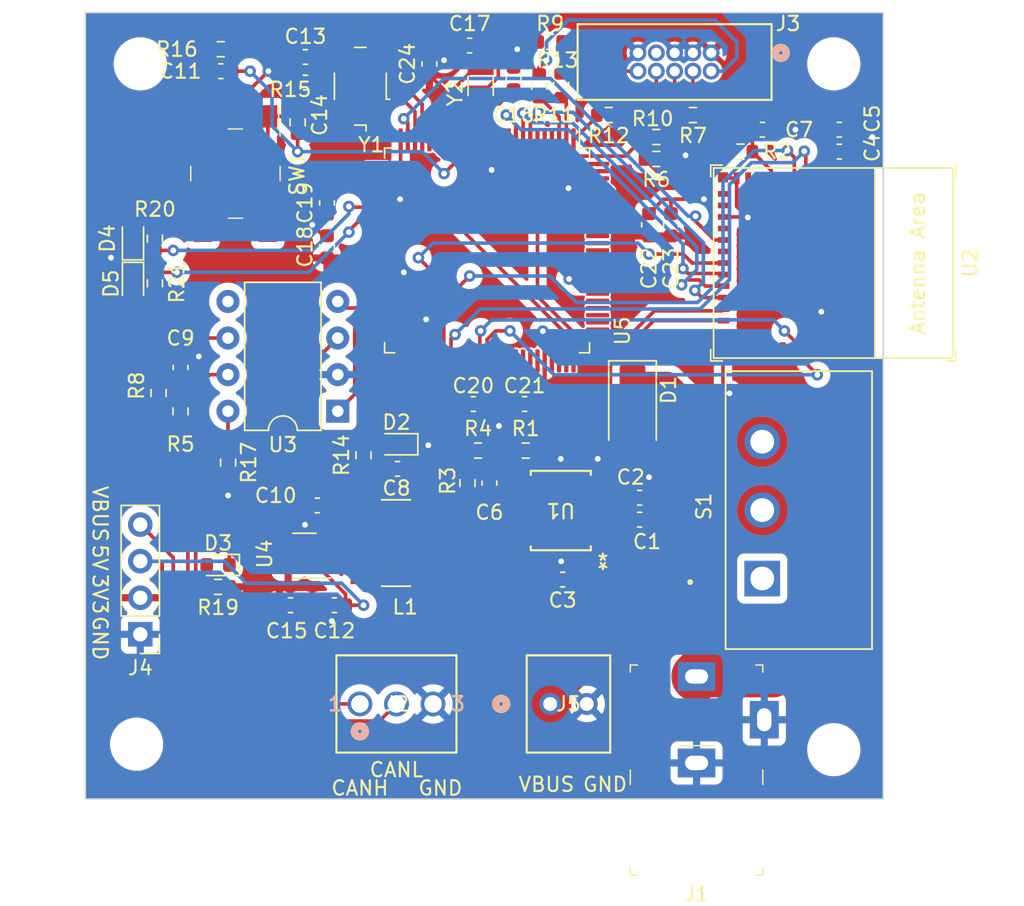
<source format=kicad_pcb>
(kicad_pcb (version 20221018) (generator pcbnew)
  (layers (0 "F.Cu" signal) (31 "B.Cu" signal) (34 "B.Paste" user) (35 "F.Paste" user) (36 "B.SilkS" user "B.Silkscreen") (37 "F.SilkS" user "F.Silkscreen") (38 "B.Mask" user) (39 "F.Mask" user) (44 "Edge.Cuts" user))
  (net 0 "")
  (net 1 "+3.3V")
  (net 2 "GND")
  (net 3 "VBUS")
  (net 4 "Net-(D2-A)")
  (net 5 "Net-(D3-A)")
  (net 6 "/CANH")
  (net 7 "/CANL")
  (net 8 "+5V")
  (net 11 "Net-(U1-BOOT)")
  (net 12 "Net-(U1-SW)")
  (net 13 "Net-(U1-COMP)")
  (net 14 "Net-(U5-XTAL1)")
  (net 15 "/RESET")
  (net 16 "Net-(U5-XTAL2)")
  (net 17 "Net-(U5-RTCX1)")
  (net 18 "Net-(U5-RTCX2)")
  (net 19 "Net-(D4-A)")
  (net 20 "Net-(D5-A)")
  (net 21 "Net-(U1-FB)")
  (net 22 "Net-(U3-Rs)")
  (net 23 "Net-(U5-P1[18])")
  (net 24 "Net-(U5-P1[19])")
  (net 25 "/nTRST")
  (net 26 "Net-(D1-A)")
  (net 27 "/TCK")
  (net 28 "/TMS")
  (net 29 "/TDO")
  (net 30 "/TDI")
  (net 32 "Net-(U3-TXD)")
  (net 33 "Net-(U3-RXD)")
  (net 94 "Net-(C6-Pad2)")
  (net 95 "Net-(U2-EN{slash}CHIP_PU)")
  (net 96 "Net-(C9-Pad1)")
  (net 97 "Net-(J1-Pad1)")
  (net 98 "Net-(J3-SWDIO{slash}TMS)")
  (net 99 "Net-(J3-SWDCLK{slash}TCK)")
  (net 100 "Net-(J3-SWO{slash}TDO)")
  (net 102 "Net-(J3-NC{slash}TDI)")
  (net 103 "Net-(J3-~{RESET})")
  (net 104 "Net-(U2-GPIO2{slash}ADC1_CH2)")
  (net 105 "Net-(U2-GPIO3{slash}ADC1_CH3)")
  (net 112 "Net-(U2-GPIO10)")
  (net 114 "Net-(U2-GPIO4{slash}ADC1_CH4)")
  (net 115 "Net-(U2-GPIO5{slash}ADC2_CH0)")
  (net 116 "Net-(U2-GPIO6)")
  (net 117 "Net-(U2-GPIO7)")
  (net 118 "Net-(U2-GPIO8)")
  (net 119 "Net-(U2-GPIO9)")
  (net 126 "Net-(U2-GPIO20{slash}U0RXD)")
  (net 127 "Net-(U2-GPIO21{slash}U0TXD)")
  (net 132 "Net-(R15-Pad1)")
  (footprint "1x3 terminal block:CONN_282834-3_TYC" (layer "F.Cu") (at 109.982 123.19)
    (fp_text reference "J2")
    (fp_text value "~")
  )
  (footprint "Package_QFP:LQFP-100_14x14mm_P0.5mm" (layer "F.Cu") (at 118.81 91.694 -90)
    (fp_text reference "U5")
    (fp_text value "LPC1768FBD100")
  )
  (footprint "Capacitor_SMD:C_0603_1608Metric" (layer "F.Cu") (at 137.922 83.312)
    (fp_text reference "C7")
    (fp_text value "1uF")
  )
  (footprint "Capacitor_SMD:C_0603_1608Metric" (layer "F.Cu") (at 108.217 116.332 180)
    (fp_text reference "C12")
    (fp_text value "1uF")
  )
  (footprint "Capacitor_SMD:C_0603_1608Metric" (layer "F.Cu") (at 100.33 79.248 180)
    (fp_text reference "C11")
    (fp_text value "100nF")
  )
  (footprint "BD9E302EFJ-E2:HTSOP-J8_ROM" (layer "F.Cu") (at 123.926 109.76 180)
    (fp_text reference "U1")
    (fp_text value "BD9E302EFJ-E2")
  )
  (footprint "Package_TO_SOT_SMD:SOT-23-5" (layer "F.Cu") (at 106.1405 112.8945 180)
    (fp_text reference "U4")
    (fp_text value "NCP718xSN330")
  )
  (footprint "Capacitor_SMD:C_0603_1608Metric" (layer "F.Cu") (at 143.256 84.836)
    (fp_text reference "C4")
    (fp_text value "10uF")
  )
  (footprint "Resistor_SMD:R_0603_1608Metric" (layer "F.Cu") (at 110.236 105.918 90)
    (fp_text reference "R14")
    (fp_text value "1k6")
  )
  (footprint "Capacitor_SMD:C_0603_1608Metric" (layer "F.Cu") (at 107.035 109.4045 180)
    (fp_text reference "C10")
    (fp_text value "22uF")
  )
  (footprint "Capacitor_SMD:C_0603_1608Metric" (layer "F.Cu") (at 129.4 108.871)
    (fp_text reference "C2")
    (fp_text value "0.1uF")
  )
  (footprint "10 pin jtag:CONN_3220-10-0100-00_CNC" (layer "F.Cu") (at 134.366 77.978 180)
    (fp_text reference "J3")
    (fp_text value "Conn_ARM_JTAG_SWD_10")
  )
  (footprint "Capacitor_SMD:C_0603_1608Metric" (layer "F.Cu") (at 117.602 77.47)
    (fp_text reference "C17")
    (fp_text value "18pF")
  )
  (footprint "Resistor_SMD:R_0603_1608Metric" (layer "F.Cu") (at 100.139 115.062 180)
    (fp_text reference "R19")
    (fp_text value "750R")
  )
  (footprint "Capacitor_SMD:C_0603_1608Metric" (layer "F.Cu") (at 105.169 116.332)
    (fp_text reference "C15")
    (fp_text value "1uF")
  )
  (footprint "Resistor_SMD:R_0603_1608Metric" (layer "F.Cu") (at 130.556 85.344 180)
    (fp_text reference "R6")
    (fp_text value "10k")
  )
  (footprint "MountingHole:MountingHole_3.2mm_M3" (layer "F.Cu") (at 142.875 126.365)
    (fp_text reference "REF**" hide)
    (fp_text value "MountingHole_3.2mm_M3")
  )
  (footprint "Capacitor_SMD:C_0603_1608Metric" (layer "F.Cu") (at 120.65 79.756 -90)
    (fp_text reference "C16")
    (fp_text value "18pF")
  )
  (footprint "Diode_SMD:D_SMA" (layer "F.Cu") (at 128.905 102.87 -90)
    (fp_text reference "D1")
    (fp_text value "B340")
  )
  (footprint "Capacitor_SMD:C_0603_1608Metric" (layer "F.Cu") (at 121.412 102.362 180)
    (fp_text reference "C21")
    (fp_text value "10nF")
  )
  (footprint "Resistor_SMD:R_0603_1608Metric" (layer "F.Cu") (at 95.758 93.98 -90)
    (fp_text reference "R21")
    (fp_text value "750R")
  )
  (footprint "Switches:SW_L102021ML04Q" (layer "F.Cu") (at 137.9075 109.728 90)
    (fp_text reference "S1")
    (fp_text value "L102021ML04Q")
  )
  (footprint "Resistor_SMD:R_0603_1608Metric" (layer "F.Cu") (at 97.536 102.87 90)
    (fp_text reference "R5")
    (fp_text value "60R")
  )
  (footprint "Resistor_SMD:R_0603_1608Metric" (layer "F.Cu") (at 123.952 80.264 -90)
    (fp_text reference "R13")
    (fp_text value "50R")
  )
  (footprint "Resistor_SMD:R_0603_1608Metric" (layer "F.Cu") (at 100.838 106.426 -90)
    (fp_text reference "R17")
    (fp_text value "10k")
  )
  (footprint "Resistor_SMD:R_0603_1608Metric" (layer "F.Cu") (at 121.4875 105.5945)
    (fp_text reference "R1")
    (fp_text value "10k")
  )
  (footprint "1x2 terminal block:CONN2_282834-2_TEC" (layer "F.Cu") (at 123.19 123.19)
    (fp_text reference "J5")
    (fp_text value "~")
  )
  (footprint "Capacitor_SMD:C_0603_1608Metric" (layer "F.Cu") (at 124.053 114.554 180)
    (fp_text reference "C3")
    (fp_text value "0.1uF")
  )
  (footprint "Capacitor_SMD:C_0603_1608Metric" (layer "F.Cu") (at 129.4 110.395)
    (fp_text reference "C1")
    (fp_text value "10uF")
  )
  (footprint "LED_SMD:LED_0603_1608Metric" (layer "F.Cu") (at 94.234 94.0055 -90)
    (fp_text reference "D5")
    (fp_text value "LED Low current")
  )
  (footprint "digikey-footprints:Switch_Tactile_SMD_6x6mm_PTS645" (layer "F.Cu") (at 101.346 86.36 -90)
    (fp_text reference "SW1")
    (fp_text value "SW_SPST")
  )
  (footprint "Connector_PinHeader_2.54mm:PinHeader_1x04_P2.54mm_Vertical" (layer "F.Cu") (at 94.742 118.354 180)
    (fp_text reference "J4")
    (fp_text value "0022232041")
  )
  (footprint "Resistor_SMD:R_0603_1608Metric" (layer "F.Cu") (at 130.556 83.82 180)
    (fp_text reference "R10")
    (fp_text value "50R")
  )
  (footprint "Resistor_SMD:R_0603_1608Metric" (layer "F.Cu") (at 122.428 80.264 -90)
    (fp_text reference "R11")
    (fp_text value "50R")
  )
  (footprint "Resistor_SMD:R_0603_1608Metric" (layer "F.Cu") (at 133.096 82.296 180)
    (fp_text reference "R7")
    (fp_text value "10k")
  )
  (footprint "NR6028T4R7M:IND_NR6028T4R7M" (layer "F.Cu") (at 112.4905 112.014 180)
    (fp_text reference "L1")
    (fp_text value "4.7uH")
  )
  (footprint "Crystal:Crystal_SMD_Abracon_ABM3B-4Pin_5.0x3.2mm" (layer "F.Cu") (at 110.014 80.296 90)
    (fp_text reference "Y1")
    (fp_text value "12MHz/10pF")
  )
  (footprint "digikey-footprints:Barrel_Jack_5.5mmODx2.1mmID_PJ-102A" (layer "F.Cu") (at 133.35 124.285 180)
    (fp_text reference "J1")
    (fp_text value "PJ-102A")
  )
  (footprint "Capacitor_SMD:C_0603_1608Metric" (layer "F.Cu") (at 130.048 89.916 90)
    (fp_text reference "C22")
    (fp_text value "100nF")
  )
  (footprint "Resistor_SMD:R_0603_1608Metric" (layer "F.Cu") (at 127.254 82.296 180)
    (fp_text reference "R12")
    (fp_text value "50R")
  )
  (footprint "Resistor_SMD:R_0603_1608Metric" (layer "F.Cu") (at 100.33 77.724)
    (fp_text reference "R16")
    (fp_text value "100k")
  )
  (footprint "Capacitor_SMD:C_0603_1608Metric" (layer "F.Cu") (at 107.7025 88.3985 -90)
    (fp_text reference "C19")
    (fp_text value "10nF")
  )
  (footprint "Espressif:ESP32-C3-MINI-1" (layer "F.Cu") (at 142.834 92.57 -90)
    (fp_text reference "U2")
    (fp_text value "ESP32-C3-MINI-1")
  )
  (footprint "Crystal:Crystal_SMD_3215-2Pin_3.2x1.5mm" (layer "F.Cu") (at 118.364 80.264 90)
    (fp_text reference "Y2")
    (fp_text value "32.768kHz/9pF")
  )
  (footprint "Resistor_SMD:R_0603_1608Metric" (layer "F.Cu") (at 117.449 107.855 90)
    (fp_text reference "R3")
    (fp_text value "430k")
  )
  (footprint "Package_DIP:DIP-8_W7.62mm" (layer "F.Cu") (at 108.448 102.86 180)
    (fp_text reference "U3")
    (fp_text value "MCP2551-I-P")
  )
  (footprint "Capacitor_SMD:C_0603_1608Metric" (layer "F.Cu") (at 106.204 80.042 180)
    (fp_text reference "C14")
    (fp_text value "18pF")
  )
  (footprint "Capacitor_SMD:C_0603_1608Metric" (layer "F.Cu") (at 143.256 83.312)
    (fp_text reference "C5")
    (fp_text value "0.1uF")
  )
  (footprint "Capacitor_SMD:C_0603_1608Metric" (layer "F.Cu") (at 106.204 78.264)
    (fp_text reference "C13")
    (fp_text value "18pF")
  )
  (footprint "Resistor_SMD:R_0603_1608Metric" (layer "F.Cu") (at 136.398 84.836 180)
    (fp_text reference "R2")
    (fp_text value "10k")
  )
  (footprint "Resistor_SMD:R_0603_1608Metric" (layer "F.Cu") (at 123.19 77.216 180)
    (fp_text reference "R9")
    (fp_text value "50R")
  )
  (footprint "Capacitor_SMD:C_0603_1608Metric" (layer "F.Cu") (at 117.856 102.362)
    (fp_text reference "C20")
    (fp_text value "100nF")
  )
  (footprint "Resistor_SMD:R_0603_1608Metric" (layer "F.Cu") (at 118.1855 105.5945)
    (fp_text reference "R4")
    (fp_text value "82k")
  )
  (footprint "Capacitor_SMD:C_0603_1608Metric" (layer "F.Cu") (at 131.572 89.916 90)
    (fp_text reference "C23")
    (fp_text value "10nF")
  )
  (footprint "Resistor_SMD:R_0603_1608Metric" (layer "F.Cu") (at 96.012 101.6 90)
    (fp_text reference "R8")
    (fp_text value "60R")
  )
  (footprint "MountingHole:MountingHole_3.2mm_M3" (layer "F.Cu") (at 142.875 78.74)
    (fp_text reference "REF**" hide)
    (fp_text value "MountingHole_3.2mm_M3")
  )
  (footprint "Capacitor_SMD:C_0603_1608Metric" (layer "F.Cu") (at 97.536 99.822 90)
    (fp_text reference "C9")
    (fp_text value "1nF")
  )
  (footprint "MountingHole:MountingHole_3.2mm_M3" (layer "F.Cu") (at 94.742 78.74)
    (fp_text reference "REF**" hide)
    (fp_text value "MountingHole_3.2mm_M3")
  )
  (footprint "LED_SMD:LED_0603_1608Metric" (layer "F.Cu") (at 112.522 105.156 180)
    (fp_text reference "D2")
    (fp_text value "LED Low current")
  )
  (footprint "Capacitor_SMD:C_0603_1608Metric" (layer "F.Cu") (at 114.808 78.74 90)
    (fp_text reference "C24")
    (fp_text value "100nF")
  )
  (footprint "Capacitor_SMD:C_0603_1608Metric" (layer "F.Cu") (at 107.7025 91.4465 90)
    (fp_text reference "C18")
    (fp_text value "100nF")
  )
  (footprint "Resistor_SMD:R_0603_1608Metric" (layer "F.Cu") (at 95.758 90.869 90)
    (fp_text reference "R20")
    (fp_text value "750R")
  )
  (footprint "MountingHole:MountingHole_3.2mm_M3" (layer "F.Cu") (at 94.488 125.984)
    (fp_text reference "REF**" hide)
    (fp_text value "MountingHole_3.2mm_M3")
  )
  (footprint "LED_SMD:LED_0603_1608Metric" (layer "F.Cu") (at 100.139 113.538 180)
    (fp_text reference "D3")
    (fp_text value "LED Low current")
  )
  (footprint "Capacitor_SMD:C_0603_1608Metric" (layer "F.Cu") (at 112.5975 106.8645)
    (fp_text reference "C8")
    (fp_text value "22uF")
  )
  (footprint "LED_SMD:LED_0603_1608Metric" (layer "F.Cu") (at 94.234 90.869 90)
    (fp_text reference "D4")
    (fp_text value "LED Low current")
  )
  (footprint "Capacitor_SMD:C_0603_1608Metric" (layer "F.Cu") (at 118.973 107.855 90)
    (fp_text reference "C6")
    (fp_text value "6800pF")
  )
  (footprint "Resistor_SMD:R_0603_1608Metric" (layer "F.Cu") (at 105.664 82.804 -90)
    (fp_text reference "R15")
    (fp_text value "100R")
  )
  (gr_line (start 116.078 129.794) (end 90.932 129.794) (stroke (width 0.1)) (layer "Edge.Cuts"))
  (gr_line (start 146.304 129.794) (end 146.304 75.184) (stroke (width 0.1)) (layer "Edge.Cuts"))
  (gr_line (start 90.932 129.794) (end 90.932 75.184) (stroke (width 0.1)) (layer "Edge.Cuts"))
  (gr_line (start 146.304 129.794) (end 116.078 129.794) (stroke (width 0.1)) (layer "Edge.Cuts"))
  (gr_line (start 90.932 75.184) (end 146.304 75.184) (stroke (width 0.1)) (layer "Edge.Cuts"))
  (gr_text "GND" (at 115.57 129.032) (layer "F.SilkS") (effects (font (size 1 1))))
  (gr_text "VBUS" (at 91.948 109.982 270) (layer "F.SilkS") (effects (font (size 1 1))))
  (gr_text "5V" (at 91.948 113.03 270) (layer "F.SilkS") (effects (font (size 1 1))))
  (gr_text "VBUS" (at 122.936 128.778) (layer "F.SilkS") (effects (font (size 1 1))))
  (gr_text "CANH" (at 109.982 129.032) (layer "F.SilkS") (effects (font (size 1 1))))
  (gr_text "3V3" (at 91.948 115.57 270) (layer "F.SilkS") (effects (font (size 1 1))))
  (gr_text "CANL" (at 112.522 127.762) (layer "F.SilkS") (effects (font (size 1 1))))
  (gr_text "GND" (at 127 128.778) (layer "F.SilkS") (effects (font (size 1 1))))
  (gr_text "GND" (at 91.948 118.618 -90) (layer "F.SilkS") (effects (font (size 1 1))))
  (segment (start 142.481 84.836) (end 142.481 86.617) (width 0.254) (layer "F.Cu") (net 1))
  (segment (start 142.481 86.617) (end 142.534 86.67) (width 0.254) (layer "F.Cu") (net 1))
  (segment (start 114.808 79.515) (end 115.804 80.511) (width 0.254) (layer "F.Cu") (net 1))
  (segment (start 115.804 80.511) (end 115.804 84.013) (width 0.254) (layer "F.Cu") (net 1))
  (segment (start 119.81 85.422) (end 119.126 86.106) (width 0.254) (layer "F.Cu") (net 2))
  (segment (start 112.726 88.188) (end 111.135 88.188) (width 0.254) (layer "F.Cu") (net 2))
  (segment (start 107.278 112.8945) (end 106.814553 112.8945) (width 0.254) (layer "F.Cu") (net 2))
  (segment (start 119.81 84.019) (end 119.81 85.422) (width 0.254) (layer "F.Cu") (net 2))
  (segment (start 99.096 81.81) (end 101.07 81.81) (width 0.254) (layer "F.Cu") (net 2))
  (segment (start 144.031 83.312) (end 145.034 83.312) (width 0.254) (layer "F.Cu") (net 2))
  (segment (start 126.593 106.273) (end 126.492 106.172) (width 0.254) (layer "F.Cu") (net 2))
  (segment (start 123.348508 105.5945) (end 123.926008 106.172) (width 0.254) (layer "F.Cu") (net 2))
  (segment (start 145.084 86.62) (end 145.084 84.278) (width 0.254) (layer "F.Cu") (net 2))
  (segment (start 131.572 88.138) (end 133.858 88.138) (width 0.254) (layer "F.Cu") (net 2))
  (segment (start 107.861498 117.602) (end 108.032749 117.430749) (width 0.254) (layer "F.Cu") (net 2))
  (segment (start 130.175 108.871) (end 130.175 107.569) (width 0.254) (layer "F.Cu") (net 2))
  (segment (start 135.234 86.67) (end 135.184 86.62) (width 0.254) (layer "F.Cu") (net 2))
  (segment (start 116.827 77.47) (end 115.824 78.473) (width 0.254) (layer "F.Cu") (net 2))
  (segment (start 131.051 88.138) (end 131.572 88.138) (width 0.254) (layer "F.Cu") (net 2))
  (segment (start 115.302984 77.965) (end 115.824 78.486016) (width 0.254) (layer "F.Cu") (net 2))
  (segment (start 136.134 88.636) (end 136.906 89.408) (width 0.254) (layer "F.Cu") (net 2))
  (segment (start 107.7025 90.6715) (end 107.4355 90.6715) (width 0.254) (layer "F.Cu") (net 2))
  (segment (start 113.3725 106.8645) (end 113.3725 105.219) (width 0.254) (layer "F.Cu") (net 2))
  (segment (start 142.012 94.107) (end 142.012 95.447) (width 1) (layer "F.Cu") (net 2))
  (segment (start 94.234 93.1295) (end 94.234 92.202) (width 0.254) (layer "F.Cu") (net 2))
  (segment (start 100.9265 113.538) (end 100.9265 108.8005) (width 0.254) (layer "F.Cu") (net 2))
  (segment (start 117.816 84.796) (end 117.816 84.019) (width 0.254) (layer "F.Cu") (net 2))
  (segment (start 120.65 77.978006) (end 120.904 77.724006) (width 0.254) (layer "F.Cu") (net 2))
  (segment (start 144.984 96.094) (end 142.151 96.094) (width 0.254) (layer "F.Cu") (net 2))
  (segment (start 107.442 117.602) (end 107.861498 117.602) (width 0.254) (layer "F.Cu") (net 2))
  (segment (start 104.616 78.264) (end 103.632 79.248) (width 0.254) (layer "F.Cu") (net 2))
  (segment (start 119.126 86.106) (end 117.816 84.796) (width 0.254) (layer "F.Cu") (net 2))
  (segment (start 129.731 85.344) (end 130.587 86.2) (width 0.254) (layer "F.Cu") (net 2))
  (segment (start 137.187 89.37) (end 138.056 90.239) (width 0.254) (layer "F.Cu") (net 2))
  (segment (start 144.526 84.836) (end 145.542 83.82) (width 0.254) (layer "F.Cu") (net 2))
  (segment (start 114.81 99.369) (end 114.81 96.714075) (width 0.254) (layer "F.Cu") (net 2))
  (segment (start 141.837 92.456) (end 138.377 92.456) (width 1) (layer "F.Cu") (net 2))
  (segment (start 107.7025 89.1735) (end 107.4225 89.1735) (width 0.254) (layer "F.Cu") (net 2))
  (segment (start 136.134 86.67) (end 136.134 88.636) (width 0.254) (layer "F.Cu") (net 2))
  (segment (start 145.034 83.312) (end 145.542 83.82) (width 0.254) (layer "F.Cu") (net 2))
  (segment (start 130.175 107.569) (end 130.048 107.442) (width 0.254) (layer "F.Cu") (net 2))
  (segment (start 135.234 89.37) (end 136.868 89.37) (width 0.254) (layer "F.Cu") (net 2))
  (segment (start 130.048 89.141) (end 131.051 88.138) (width 0.254) (layer "F.Cu") (net 2))
  (segment (start 106.172 112.251947) (end 106.172 110.744) (width 0.254) (layer "F.Cu") (net 2))
  (segment (start 105.944 116.332) (end 105.944 116.866) (width 0.254) (layer "F.Cu") (net 2))
  (segment (start 99.568 81.338) (end 99.096 81.81) (width 0.254) (layer "F.Cu") (net 2))
  (segment (start 123.31 99.369) (end 123.31 97.927026) (width 0.254) (layer "F.Cu") (net 2))
  (segment (start 97.536 99.047) (end 98.793 99.047) (width 0.254) (layer "F.Cu") (net 2))
  (segment (start 107.442 116.332) (end 107.442 117.602) (width 0.254) (layer "F.Cu") (net 2))
  (segment (start 107.4225 89.1735) (end 106.68 89.916) (width 0.254) (layer "F.Cu") (net 2))
  (segment (start 130.587 86.2) (end 131.821658 86.2) (width 0.254) (layer "F.Cu") (net 2))
  (segment (start 113.3725 105.219) (end 113.3095 105.156) (width 0.254) (layer "F.Cu") (net 2))
  (segment (start 122.3125 105.5945) (end 123.348508 105.5945) (width 0.254) (layer "F.Cu") (net 2))
  (segment (start 141.634 94.488) (end 138.174 94.488) (width 1) (layer "F.Cu") (net 2))
  (segment (start 136.944 89.37) (end 137.187 89.37) (width 0.254) (layer "F.Cu") (net 2))
  (segment (start 114.5575 105.2255) (end 114.488 105.156) (width 0.254) (layer "F.Cu") (net 2))
  (segment (start 143.334 86.67) (end 144.134 86.67) (width 0.254) (layer "F.Cu") (net 2))
  (segment (start 123.926 106.172008) (end 123.926008 106.172) (width 1) (layer "F.Cu") (net 2))
  (segment (start 119.888 102.362) (end 120.637 102.362) (width 0.254) (layer "F.Cu") (net 2))
  (segment (start 126.485 94.194) (end 125.013674 94.194) (width 0.254) (layer "F.Cu") (net 2))
  (segment (start 113.006 93.194) (end 113.03 93.218) (width 0.254) (layer "F.Cu") (net 2))
  (segment (start 123.926 113.258) (end 123.952 113.284) (width 1) (layer "F.Cu") (net 2))
  (segment (start 136.868 89.37) (end 136.906 89.408) (width 0.254) (layer "F.Cu") (net 2))
  (segment (start 138.697 83.312) (end 140.208 83.312) (width 0.254) (layer "F.Cu") (net 2))
  (segment (start 145.034 86.67) (end 145.084 86.62) (width 0.254) (layer "F.Cu") (net 2))
  (segment (start 98.793 99.047) (end 98.806 99.06) (width 0.254) (layer "F.Cu") (net 2))
  (segment (start 114.81 96.714075) (end 114.581 96.485075) (width 0.254) (layer "F.Cu") (net 2))
  (segment (start 126.485 87.194) (end 124.642 87.194) (width 0.254) (layer "F.Cu") (net 2))
  (segment (start 100.9265 108.8005) (end 100.838 108.712) (width 0.254) (layer "F.Cu") (net 2))
  (segment (start 144.134 86.67) (end 145.034 86.67) (width 0.254) (layer "F.Cu") (net 2))
  (segment (start 145.084 84.278) (end 145.542 83.82) (width 0.254) (layer "F.Cu") (net 2))
  (segment (start 114.488 105.156) (end 113.3095 105.156) (width 0.254) (layer "F.Cu") (net 2))
  (segment (start 119.634012 102.615988) (end 119.634012 103.886) (width 0.254) (layer "F.Cu") (net 2))
  (segment (start 121.259 110.395) (end 123.291 110.395) (width 0.254) (layer "F.Cu") (net 2))
  (segment (start 105.429 80.042) (end 104.635 79.248) (width 0.254) (layer "F.Cu") (net 2))
  (segment (start 135.184 98.52) (end 135.184 101.165) (width 0.254) (layer "F.Cu") (net 2))
  (segment (start 114.808 77.965) (end 115.302984 77.965) (width 0.254) (layer "F.Cu") (net 2))
  (segment (start 105.429 78.264) (end 104.616 78.264) (width 0.254) (layer "F.Cu") (net 2))
  (segment (start 138.056 90.678) (end 142.006 90.678) (width 1) (layer "F.Cu") (net 2))
  (segment (start 123.926 109.76) (end 123.926 106.172008) (width 1) (layer "F.Cu") (net 2))
  (segment (start 125.013674 94.194) (end 124.502837 93.683163) (width 0.254) (layer "F.Cu") (net 2))
  (segment (start 106.172 109.4925) (end 106.172 110.744) (width 0.254) (layer "F.Cu") (net 2))
  (segment (start 119.0105 104.509512) (end 119.634012 103.886) (width 0.254) (layer "F.Cu") (net 2))
  (segment (start 124.642 87.194) (end 124.46 87.376) (width 0.254) (layer "F.Cu") (net 2))
  (segment (start 112.726 88.188) (end 112.776 88.138) (width 0.254) (layer "F.Cu") (net 2))
  (segment (start 106.26 109.4045) (end 106.172 109.4925) (width 0.254) (layer "F.Cu") (net 2))
  (segment (start 142.006 92.214) (end 140.031 92.214) (width 0.254) (layer "F.Cu") (net 2))
  (segment (start 107.4355 90.6715) (end 106.68 89.916) (width 0.254) (layer "F.Cu") (net 2))
  (segment (start 106.814553 112.8945) (end 106.172 112.251947) (width 0.254) (layer "F.Cu") (net 2))
  (segment (start 106.68 117.602) (end 107.442 117.602) (width 0.254) (layer "F.Cu") (net 2))
  (segment (start 136.134 86.67) (end 135.234 86.67) (width 0.254) (layer "F.Cu") (net 2))
  (segment (start 131.821658 86.2) (end 132.588 85.433658) (width 0.254) (layer "F.Cu") (net 2))
  (segment (start 105.944 116.866) (end 106.68 117.602) (width 0.254) (layer "F.Cu") (net 2))
  (segment (start 132.588 85.433658) (end 132.588 85.09) (width 0.254) (layer "F.Cu") (net 2))
  (segment (start 99.096 90.91) (end 99.096 81.81) (width 0.254) (layer "F.Cu") (net 2))
  (segment (start 138.126 94.431) (end 138.126 90.481) (width 1) (layer "F.Cu") (net 2))
  (segment (start 99.568 79.261) (end 99.568 81.338) (width 0.254) (layer "F.Cu") (net 2))
  (segment (start 136.906 89.408) (end 136.944 89.37) (width 0.254) (layer "F.Cu") (net 2))
  (segment (start 115.824 78.473) (end 115.824 78.486016) (width 0.254) (layer "F.Cu") (net 2))
  (segment (start 94.234 92.202) (end 92.71 92.202) (width 0.254) (layer "F.Cu") (net 2))
  (segment (start 142.006 90.735) (end 142.006 94.685) (width 1) (layer "F.Cu") (net 2))
  (segment (start 144.981 86.314) (end 144.981 98.164) (width 0.254) (layer "F.Cu") (net 2))
  (segment (start 114.7325 105.2255) (end 114.5575 105.2255) (width 0.254) (layer "F.Cu") (net 2))
  (segment (start 111.135 93.194) (end 113.006 93.194) (width 0.254) (layer "F.Cu") (net 2))
  (segment (start 130.175 110.395) (end 130.175 108.871) (width 0.254) (layer "F.Cu") (net 2))
  (segment (start 135.184 101.165) (end 135.636 101.617) (width 0.254) (layer "F.Cu") (net 2))
  (segment (start 118.631 102.362) (end 119.888 102.362) (width 0.254) (layer "F.Cu") (net 2))
  (segment (start 123.291 110.395) (end 123.926 109.76) (width 0.254) (layer "F.Cu") (net 2))
  (segment (start 101.07 81.81) (end 103.632 79.248) (width 0.254) (layer "F.Cu") (net 2))
  (segment (start 94.234 92.202) (end 94.234 91.6565) (width 0.254) (layer "F.Cu") (net 2))
  (segment (start 119.0105 105.5945) (end 119.0105 104.509512) (width 0.254) (layer "F.Cu") (net 2))
  (segment (start 104.635 79.248) (end 103.632 79.248) (width 0.254) (layer "F.Cu") (net 2))
  (segment (start 142.012 95.447) (end 142.012 95.954974) (width 1) (layer "F.Cu") (net 2))
  (segment (start 123.926 109.76) (end 123.926 113.258) (width 1) (layer "F.Cu") (net 2))
  (segment (start 100.838 107.251) (end 100.838 108.712) (width 0.254) (layer "F.Cu") (net 2))
  (segment (start 142.151 96.094) (end 142.011987 95.954987) (width 0.254) (layer "F.Cu") (net 2))
  (segment (start 119.888 102.362) (end 119.634012 102.615988) (width 0.254) (layer "F.Cu") (net 2))
  (segment (start 99.555 79.248) (end 99.568 79.261) (width 0.254) (layer "F.Cu") (net 2))
  (segment (start 131.572 89.141) (end 131.572 88.138) (width 0.254) (layer "F.Cu") (net 2))
  (segment (start 120.65 78.981) (end 120.65 77.978006) (width 0.254) (layer "F.Cu") (net 2))
  (segment (start 123.31 97.927026) (end 122.682 97.299026) (width 0.254) (layer "F.Cu") (net 2))
  (segment (start 126.593 107.855) (end 126.593 106.273) (width 0.254) (layer "F.Cu") (net 2))
  (segment (start 144.031 84.836) (end 144.526 84.836) (width 0.254) (layer "F.Cu") (net 2))
  (segment (start 142.012 95.954974) (end 142.011987 95.954987) (width 1) (layer "F.Cu") (net 2))
  (via (at 135.636 101.617) (size 0.8) (drill 0.4) (layers "F.Cu" "B.Cu") (net 2))
  (via (at 130.048 107.442) (size 0.8) (drill 0.4) (layers "F.Cu" "B.Cu") (net 2))
  (via (at 124.46 87.376) (size 0.8) (drill 0.4) (layers "F.Cu" "B.Cu") (net 2))
  (via (at 145.542 83.82) (size 0.8) (drill 0.4) (layers "F.Cu" "B.Cu") (net 2))
  (via (at 119.126 86.106) (size 0.8) (drill 0.4) (layers "F.Cu" "B.Cu") (net 2))
  (via (at 140.208 83.312) (size 0.8) (drill 0.4) (layers "F.Cu" "B.Cu") (net 2))
  (via (at 133.858 88.138) (size 0.8) (drill 0.4) (layers "F.Cu" "B.Cu") (net 2))
  (via (at 126.492 106.172) (size 0.8) (drill 0.4) (layers "F.Cu" "B.Cu") (net 2))
  (via (at 92.71 92.202) (size 0.8) (drill 0.4) (layers "F.Cu" "B.Cu") (net 2))
  (via (at 108.032749 117.430749) (size 0.8) (drill 0.4) (layers "F.Cu" "B.Cu") (net 2))
  (via (at 112.776 88.138) (size 0.8) (drill 0.4) (layers "F.Cu" "B.Cu") (net 2))
  (via (at 142.011987 95.954987) (size 0.8) (drill 0.4) (layers "F.Cu" "B.Cu") (net 2))
  (via (at 132.588 85.09) (size 0.8) (drill 0.4) (layers "F.Cu" "B.Cu") (net 2))
  (via (at 98.806 99.06) (size 0.8) (drill 0.4) (layers "F.Cu" "B.Cu") (net 2))
  (via (at 122.682 97.299026) (size 0.8) (drill 0.4) (layers "F.Cu" "B.Cu") (net 2))
  (via (at 119.634012 103.886) (size 0.8) (drill 0.4) (layers "F.Cu" "B.Cu") (net 2))
  (via (at 106.172 110.744) (size 0.8) (drill 0.4) (layers "F.Cu" "B.Cu") (net 2))
  (via (at 114.7325 105.2255) (size 0.8) (drill 0.4) (layers "F.Cu" "B.Cu") (net 2))
  (via (at 103.632 79.248) (size 0.8) (drill 0.4) (layers "F.Cu" "B.Cu") (net 2))
  (via (at 120.904 77.724006) (size 0.8) (drill 0.4) (layers "F.Cu" "B.Cu") (net 2))
  (via (at 100.838 108.712) (size 0.8) (drill 0.4) (layers "F.Cu" "B.Cu") (net 2))
  (via (at 115.824 78.486016) (size 0.8) (drill 0.4) (layers "F.Cu" "B.Cu") (net 2))
  (via (at 124.502837 93.683163) (size 0.8) (drill 0.4) (layers "F.Cu" "B.Cu") (net 2))
  (via (at 123.926008 106.172) (size 0.8) (drill 0.4) (layers "F.Cu" "B.Cu") (net 2))
  (via (at 114.581 96.485075) (size 0.8) (drill 0.4) (layers "F.Cu" "B.Cu") (net 2))
  (via (at 113.03 93.218) (size 0.8) (drill 0.4) (layers "F.Cu" "B.Cu") (net 2))
  (via (at 136.906 89.408) (size 0.8) (drill 0.4) (layers "F.Cu" "B.Cu") (net 2))
  (via (at 106.68 89.916) (size 0.8) (drill 0.4) (layers "F.Cu" "B.Cu") (net 2))
  (via (at 123.952 113.284) (size 0.8) (drill 0.4) (layers "F.Cu" "B.Cu") (net 2))
  (segment (start 122.918 123.19) (end 117.584 128.524) (width 0.254) (layer "F.Cu") (net 3))
  (segment (start 97.028 117.348) (end 97.028 113.02) (width 0.254) (layer "F.Cu") (net 3))
  (segment (start 122.918 122.025231) (end 122.918 123.19) (width 3.5) (layer "F.Cu") (net 3))
  (segment (start 131.33631 100.87) (end 128.905 100.87) (width 1.5) (layer "F.Cu") (net 3))
  (segment (start 108.204 128.524) (end 97.028 117.348) (width 0.254) (layer "F.Cu") (net 3))
  (segment (start 132.675 107.317411) (end 132.675 114.517245) (width 3.5) (layer "F.Cu") (net 3))
  (segment (start 135.014411 104.978) (end 132.675 107.317411) (width 3.5) (layer "F.Cu") (net 3))
  (segment (start 117.584 128.524) (end 108.204 128.524) (width 0.254) (layer "F.Cu") (net 3))
  (segment (start 97.028 113.02) (end 94.742 110.734) (width 0.254) (layer "F.Cu") (net 3))
  (segment (start 135.44431 104.978) (end 131.33631 100.87) (width 1.5) (layer "F.Cu") (net 3))
  (segment (start 132.675 114.517245) (end 130.425986 114.517245) (width 3.5) (layer "F.Cu") (net 3))
  (segment (start 130.425986 114.517245) (end 122.918 122.025231) (width 3.5) (layer "F.Cu") (net 3))
  (segment (start 137.9075 104.978) (end 135.44431 104.978) (width 3.5) (layer "F.Cu") (net 3))
  (segment (start 111.7345 105.156) (end 110.299 105.156) (width 0.25) (layer "F.Cu") (net 4))
  (segment (start 110.299 105.156) (end 110.236 105.093) (width 0.25) (layer "F.Cu") (net 4))
  (segment (start 99.314 115.062) (end 99.314 113.5755) (width 0.25) (layer "F.Cu") (net 5))
  (segment (start 99.314 113.5755) (end 99.3515 113.538) (width 0.25) (layer "F.Cu") (net 5))
  (segment (start 98.589 103.669) (end 98.589 115.554462) (width 0.25) (layer "F.Cu") (net 6))
  (segment (start 100.828 100.32) (end 99.578 100.32) (width 0.25) (layer "F.Cu") (net 6))
  (segment (start 99.578 100.32) (end 98.552 101.346) (width 0.25) (layer "F.Cu") (net 6))
  (segment (start 98.552 103.632) (end 98.589 103.669) (width 0.25) (layer "F.Cu") (net 6))
  (segment (start 97.536 103.695) (end 98.489 103.695) (width 0.25) (layer "F.Cu") (net 6))
  (segment (start 98.552 101.346) (end 98.552 103.632) (width 0.25) (layer "F.Cu") (net 6))
  (segment (start 98.589 115.554462) (end 106.224538 123.19) (width 0.25) (layer "F.Cu") (net 6))
  (segment (start 98.489 103.695) (end 98.552 103.632) (width 0.25) (layer "F.Cu") (net 6))
  (segment (start 106.224538 123.19) (end 109.982 123.19) (width 0.25) (layer "F.Cu") (net 6))
  (segment (start 112.522 123.698) (end 112.522 123.19) (width 0.25) (layer "F.Cu") (net 7))
  (segment (start 98.044 115.645858) (end 106.776742 124.3786) (width 0.25) (layer "F.Cu") (net 7))
  (segment (start 94.742 100.33) (end 94.742 102.362) (width 0.25) (layer "F.Cu") (net 7))
  (segment (start 96.012 102.425) (end 94.805 102.425) (width 0.25) (layer "F.Cu") (net 7))
  (segment (start 100.828 97.78) (end 97.292 97.78) (width 0.25) (layer "F.Cu") (net 7))
  (segment (start 98.044 105.664) (end 98.044 115.645858) (width 0.25) (layer "F.Cu") (net 7))
  (segment (start 94.805 102.425) (end 94.742 102.362) (width 0.25) (layer "F.Cu") (net 7))
  (segment (start 97.292 97.78) (end 94.742 100.33) (width 0.25) (layer "F.Cu") (net 7))
  (segment (start 111.3334 124.3786) (end 112.522 123.19) (width 0.25) (layer "F.Cu") (net 7))
  (segment (start 94.742 102.362) (end 98.044 105.664) (width 0.25) (layer "F.Cu") (net 7))
  (segment (start 106.776742 124.3786) (end 111.3334 124.3786) (width 0.25) (layer "F.Cu") (net 7))
  (segment (start 106.68 99.548) (end 108.448 97.78) (width 0.254) (layer "F.Cu") (net 8))
  (segment (start 110.1405 109.779) (end 108.051 107.6895) (width 0.254) (layer "F.Cu") (net 8))
  (segment (start 108.979 115.5455) (end 108.979 116.319) (width 0.254) (layer "F.Cu") (net 8))
  (segment (start 108.979 116.319) (end 108.992 116.332) (width 0.254) (layer "F.Cu") (net 8))
  (segment (start 107.81 107.9305) (end 108.051 107.6895) (width 0.254) (layer "F.Cu") (net 8))
  (segment (start 110.1405 111.1165) (end 110.1405 106.8385) (width 0.254) (layer "F.Cu") (net 8))
  (segment (start 110.3575 106.8645) (end 110.236 106.743) (width 0.254) (layer "F.Cu") (net 8))
  (segment (start 106.68 106.3185) (end 106.68 99.548) (width 0.254) (layer "F.Cu") (net 8))
  (segment (start 108.051 107.6895) (end 106.68 106.3185) (width 0.254) (layer "F.Cu") (net 8))
  (segment (start 110.1405 111.1165) (end 110.1405 109.779) (width 0.254) (layer "F.Cu") (net 8))
  (segment (start 111.8225 106.8645) (end 110.3575 106.8645) (width 0.254) (layer "F.Cu") (net 8))
  (segment (start 107.81 109.4045) (end 107.81 107.9305) (width 0.254) (layer "F.Cu") (net 8))
  (segment (start 110.1405 106.8385) (end 110.236 106.743) (width 0.254) (layer "F.Cu") (net 8))
  (segment (start 107.3475 112.014) (end 107.278 111.9445) (width 0.254) (layer "F.Cu") (net 8))
  (segment (start 109.243 112.014) (end 107.3475 112.014) (width 0.254) (layer "F.Cu") (net 8))
  (segment (start 108.979 115.5455) (end 107.278 113.8445) (width 0.254) (layer "F.Cu") (net 8))
  (segment (start 110.1405 111.445447) (end 107.741447 113.8445) (width 0.254) (layer "F.Cu") (net 8))
  (segment (start 107.741447 113.8445) (end 107.278 113.8445) (width 0.254) (layer "F.Cu") (net 8))
  (segment (start 108.992 116.332) (end 110.236 116.332) (width 0.254) (layer "F.Cu") (net 8))
  (segment (start 110.1405 111.1165) (end 110.1405 111.445447) (width 0.254) (layer "F.Cu") (net 8))
  (via (at 110.236 116.332) (size 0.8) (drill 0.4) (layers "F.Cu" "B.Cu") (net 8))
  (segment (start 94.752 113.284) (end 94.742 113.274) (width 0.254) (layer "B.Cu") (net 8))
  (segment (start 102.108 114.808) (end 100.584 113.284) (width 0.254) (layer "B.Cu") (net 8))
  (segment (start 110.236 116.332) (end 108.712 114.808) (width 0.254) (layer "B.Cu") (net 8))
  (segment (start 100.584 113.284) (end 94.752 113.284) (width 0.254) (layer "B.Cu") (net 8))
  (segment (start 108.712 114.808) (end 102.108 114.808) (width 0.254) (layer "B.Cu") (net 8))
  (segment (start 125.476 114.554) (end 124.828 114.554) (width 0.25) (layer "F.Cu") (net 11))
  (segment (start 126.593 111.665) (end 126.593 113.437) (width 0.25) (layer "F.Cu") (net 11))
  (segment (start 126.593 113.437) (end 125.476 114.554) (width 0.25) (layer "F.Cu") (net 11))
  (segment (start 120.904 111.665) (end 115.189498 111.665) (width 1) (layer "F.Cu") (net 12))
  (segment (start 120.904 111.665) (end 121.259 111.665) (width 1) (layer "F.Cu") (net 12))
  (segment (start 117.449 108.68) (end 117.449 112.014) (width 0.25) (layer "F.Cu") (net 12))
  (segment (start 123.278 114.554) (end 122.555 114.554) (width 0.25) (layer "F.Cu") (net 12))
  (segment (start 120.904 112.903) (end 120.904 111.665) (width 0.25) (layer "F.Cu") (net 12))
  (segment (start 122.555 114.554) (end 120.904 112.903) (width 0.25) (layer "F.Cu") (net 12))
  (segment (start 120.764 108.63) (end 121.259 109.125) (width 0.25) (layer "F.Cu") (net 13))
  (segment (start 118.973 108.63) (end 120.764 108.63) (width 0.25) (layer "F.Cu") (net 13))
  (segment (start 106.979 78.611) (end 107.889 79.521) (width 0.25) (layer "F.Cu") (net 14))
  (segment (start 106.979 78.264) (end 106.979 78.611) (width 0.25) (layer "F.Cu") (net 14))
  (segment (start 109.989 79.521) (end 111.214 78.296) (width 0.25) (layer "F.Cu") (net 14))
  (segment (start 111.944 79.026) (end 111.214 78.296) (width 0.25) (layer "F.Cu") (net 14))
  (segment (start 111.944 79.178) (end 111.944 79.026) (width 0.25) (layer "F.Cu") (net 14))
  (segment (start 107.889 79.521) (end 109.989 79.521) (width 0.25) (layer "F.Cu") (net 14))
  (segment (start 114.302 84.011) (end 114.31 84.019) (width 0.25) (layer "F.Cu") (net 14))
  (segment (start 114.302 81.536) (end 114.302 84.011) (width 0.25) (layer "F.Cu") (net 14))
  (segment (start 111.944 79.178) (end 114.302 81.536) (width 0.25) (layer "F.Cu") (net 14))
  (segment (start 101.168 79.198) (end 101.218 79.248) (width 0.25) (layer "F.Cu") (net 15))
  (segment (start 105.664 83.629) (end 105.664 84.836) (width 0.25) (layer "F.Cu") (net 15))
  (segment (start 120.581327 76.691) (end 119.589 77.683327) (width 0.25) (layer "F.Cu") (net 15))
  (segment (start 101.168 77.724) (end 101.168 79.198) (width 0.25) (layer "F.Cu") (net 15))
  (segment (start 119.589 77.683327) (end 119.589 79.652604) (width 0.25) (layer "F.Cu") (net 15))
  (segment (start 116.81 81.018) (end 116.81 84.019) (width 0.25) (layer "F.Cu") (net 15))
  (segment (start 119.589 79.652604) (end 118.869604 80.372) (width 0.25) (layer "F.Cu") (net 15))
  (segment (start 116.81 84.019) (end 116.81 85.374) (width 0.25) (layer "F.Cu") (net 15))
  (segment (start 121.84 76.691) (end 120.581327 76.691) (width 0.25) (layer "F.Cu") (net 15))
  (segment (start 122.365 77.216) (end 121.84 76.691) (width 0.25) (layer "F.Cu") (net 15))
  (segment (start 117.456 80.372) (end 116.81 81.018) (width 0.25) (layer "F.Cu") (net 15))
  (segment (start 118.869604 80.372) (end 117.456 80.372) (width 0.25) (layer "F.Cu") (net 15))
  (segment (start 116.81 85.374) (end 115.824 86.36) (width 0.25) (layer "F.Cu") (net 15))
  (segment (start 102.362 79.248) (end 101.218 79.248) (width 0.25) (layer "F.Cu") (net 15))
  (via (at 102.362 79.248) (size 0.8) (drill 0.4) (layers "F.Cu" "B.Cu") (net 15))
  (via (at 115.824 86.36) (size 0.8) (drill 0.4) (layers "F.Cu" "B.Cu") (net 15))
  (via (at 105.664 84.836) (size 0.8) (drill 0.4) (layers "F.Cu" "B.Cu") (net 15))
  (segment (start 103.886 83.058) (end 103.886 80.772) (width 0.25) (layer "B.Cu") (net 15))
  (segment (start 103.886 80.772) (end 102.362 79.248) (width 0.25) (layer "B.Cu") (net 15))
  (segment (start 105.664 84.836) (end 103.886 83.058) (width 0.25) (layer "B.Cu") (net 15))
  (segment (start 114.3 84.836) (end 115.824 86.36) (width 0.25) (layer "B.Cu") (net 15))
  (segment (start 105.664 84.836) (end 114.3 84.836) (width 0.25) (layer "B.Cu") (net 15))
  (segment (start 113.81 82.06) (end 113.81 84.019) (width 0.25) (layer "F.Cu") (net 16))
  (segment (start 111.214 82.296) (end 108.96 80.042) (width 0.25) (layer "F.Cu") (net 16))
  (segment (start 112.998 81.248) (end 112.262 81.248) (width 0.25) (layer "F.Cu") (net 16))
  (segment (start 108.96 80.042) (end 106.979 80.042) (width 0.25) (layer "F.Cu") (net 16))
  (segment (start 112.998 81.248) (end 113.81 82.06) (width 0.25) (layer "F.Cu") (net 16))
  (segment (start 112.262 81.248) (end 111.214 82.296) (width 0.25) (layer "F.Cu") (net 16))
  (segment (start 117.31 82.716396) (end 117.31 84.019) (width 0.25) (layer "F.Cu") (net 17))
  (segment (start 118.364 81.662396) (end 118.364 81.514) (width 0.25) (layer "F.Cu") (net 17))
  (segment (start 118.397 81.547) (end 118.364 81.514) (width 0.25) (layer "F.Cu") (net 17))
  (segment (start 117.31 82.716396) (end 118.364 81.662396) (width 0.25) (layer "F.Cu") (net 17))
  (segment (start 120.65 80.531) (end 119.667 81.514) (width 0.25) (layer "F.Cu") (net 17))
  (segment (start 119.667 81.514) (end 118.364 81.514) (width 0.25) (layer "F.Cu") (net 17))
  (segment (start 118.364 79.014) (end 118.364 77.483) (width 0.25) (layer "F.Cu") (net 18))
  (segment (start 118.364 79.014) (end 117.964 79.014) (width 0.25) (layer "F.Cu") (net 18))
  (segment (start 116.332 80.646) (end 116.332 83.997) (width 0.25) (layer "F.Cu") (net 18))
  (segment (start 117.964 79.014) (end 116.332 80.646) (width 0.25) (layer "F.Cu") (net 18))
  (segment (start 116.332 83.997) (end 116.31 84.019) (width 0.25) (layer "F.Cu") (net 18))
  (segment (start 118.364 77.483) (end 118.377 77.47) (width 0.25) (layer "F.Cu") (net 18))
  (segment (start 94.234 90.0815) (end 95.7205 90.0815) (width 0.25) (layer "F.Cu") (net 19))
  (segment (start 95.7205 90.0815) (end 95.758 90.044) (width 0.25) (layer "F.Cu") (net 19))
  (segment (start 94.2715 94.742) (end 95.695 94.742) (width 0.25) (layer "F.Cu") (net 20))
  (segment (start 117.449 105.683) (end 117.3605 105.5945) (width 0.25) (layer "F.Cu") (net 21))
  (segment (start 117.449 107.03) (end 118.274 107.855) (width 0.25) (layer "F.Cu") (net 21))
  (segment (start 117.449 107.03) (end 117.449 105.683) (width 0.25) (layer "F.Cu") (net 21))
  (segment (start 118.274 107.855) (end 121.259 107.855) (width 0.25) (layer "F.Cu") (net 21))
  (segment (start 100.828 102.86) (end 100.828 105.591) (width 0.25) (layer "F.Cu") (net 22))
  (segment (start 111.135 88.694) (end 109.268 88.694) (width 0.25) (layer "F.Cu") (net 23))
  (segment (start 109.268 88.694) (end 109.22 88.646) (width 0.25) (layer "F.Cu") (net 23))
  (segment (start 95.758 91.694) (end 97.028 91.694) (width 0.25) (layer "F.Cu") (net 23))
  (via (at 109.22 88.646) (size 0.8) (drill 0.4) (layers "F.Cu" "B.Cu") (net 23))
  (via (at 97.028 91.694) (size 0.8) (drill 0.4) (layers "F.Cu" "B.Cu") (net 23))
  (segment (start 106.68 91.694) (end 109.22 89.154) (width 0.25) (layer "B.Cu") (net 23))
  (segment (start 97.028 91.694) (end 106.68 91.694) (width 0.25) (layer "B.Cu") (net 23))
  (segment (start 109.22 89.154) (end 109.22 88.646) (width 0.25) (layer "B.Cu") (net 23))
  (segment (start 109.22 90.346552) (end 109.22 90.424) (width 0.25) (layer "F.Cu") (net 24))
  (segment (start 97.282 93.218) (end 95.821 93.218) (width 0.25) (layer "F.Cu") (net 24))
  (segment (start 111.135 89.194) (end 110.372552 89.194) (width 0.25) (layer "F.Cu") (net 24))
  (segment (start 95.821 93.218) (end 95.758 93.155) (width 0.25) (layer "F.Cu") (net 24))
  (segment (start 110.372552 89.194) (end 109.22 90.346552) (width 0.25) (layer "F.Cu") (net 24))
  (via (at 109.22 90.424) (size 0.8) (drill 0.4) (layers "F.Cu" "B.Cu") (net 24))
  (via (at 97.282 93.218) (size 0.8) (drill 0.4) (layers "F.Cu" "B.Cu") (net 24))
  (segment (start 106.426 93.218) (end 97.282 93.218) (width 0.25) (layer "B.Cu") (net 24))
  (segment (start 109.22 90.424) (end 106.426 93.218) (width 0.25) (layer "B.Cu") (net 24))
  (segment (start 128.625 108.871) (end 128.625 110.395) (width 1) (layer "F.Cu") (net 26))
  (segment (start 128.625 105.15) (end 128.625 108.871) (width 1) (layer "F.Cu") (net 26))
  (segment (start 128.625 110.395) (end 126.593 110.395) (width 1) (layer "F.Cu") (net 26))
  (segment (start 128.905 104.87) (end 128.625 105.15) (width 1) (layer "F.Cu") (net 26))
  (segment (start 126.593 110.395) (end 126.593 109.125) (width 1) (layer "F.Cu") (net 26))
  (segment (start 128.407 85.144) (end 123.069315 85.144) (width 0.25) (layer "F.Cu") (net 27))
  (segment (start 129.731 83.82) (end 128.407 85.144) (width 0.25) (layer "F.Cu") (net 27))
  (segment (start 123.069315 85.144) (end 122.81 84.884685) (width 0.25) (layer "F.Cu") (net 27))
  (segment (start 122.81 84.884685) (end 122.81 84.019) (width 0.25) (layer "F.Cu") (net 27))
  (segment (start 122.428 81.089) (end 122.491 81.089) (width 0.25) (layer "F.Cu") (net 28))
  (segment (start 123.81 82.408) (end 123.81 84.019) (width 0.25) (layer "F.Cu") (net 28))
  (segment (start 122.491 81.089) (end 123.81 82.408) (width 0.25) (layer "F.Cu") (net 28))
  (segment (start 126.429 82.4) (end 124.81 84.019) (width 0.25) (layer "F.Cu") (net 29))
  (segment (start 126.429 82.296) (end 126.429 82.4) (width 0.25) (layer "F.Cu") (net 29))
  (segment (start 124.31 81.447) (end 124.31 84.019) (width 0.25) (layer "F.Cu") (net 30))
  (segment (start 123.952 81.089) (end 124.31 81.447) (width 0.25) (layer "F.Cu") (net 30))
  (segment (start 109.627 101.681) (end 109.627 96.875) (width 0.25) (layer "F.Cu") (net 32))
  (segment (start 110.308 96.194) (end 111.135 96.194) (width 0.25) (layer "F.Cu") (net 32))
  (segment (start 108.448 102.86) (end 109.627 101.681) (width 0.25) (layer "F.Cu") (net 32))
  (segment (start 109.627 96.875) (end 110.308 96.194) (width 0.25) (layer "F.Cu") (net 32))
  (segment (start 108.902 95.694) (end 108.448 95.24) (width 0.25) (layer "F.Cu") (net 33))
  (segment (start 111.135 95.694) (end 108.902 95.694) (width 0.25) (layer "F.Cu") (net 33))
  (segment (start 118.973 107.08) (end 119.177 107.08) (width 0.25) (layer "F.Cu") (net 94))
  (segment (start 119.177 107.08) (end 120.6625 105.5945) (width 0.25) (layer "F.Cu") (net 94))
  (segment (start 137.223 83.388) (end 137.147 83.312) (width 0.25) (layer "F.Cu") (net 95))
  (segment (start 138.534 86.67) (end 138.534 86.147) (width 0.25) (layer "F.Cu") (net 95))
  (segment (start 138.534 86.147) (end 137.223 84.836) (width 0.25) (layer "F.Cu") (net 95))
  (segment (start 137.223 84.836) (end 137.223 83.388) (width 0.25) (layer "F.Cu") (net 95))
  (segment (start 97.536 102.045) (end 97.536 100.597) (width 0.25) (layer "F.Cu") (net 96))
  (segment (start 97.358 100.775) (end 97.536 100.597) (width 0.25) (layer "F.Cu") (net 96))
  (segment (start 96.012 100.775) (end 97.358 100.775) (width 0.25) (layer "F.Cu") (net 96))
  (segment (start 139.657589 109.728) (end 142.748 112.818411) (width 3.5) (layer "F.Cu") (net 97))
  (segment (start 142.748 116.84) (end 138.607 120.981) (width 3.5) (layer "F.Cu") (net 97))
  (segment (start 133.654 120.981) (end 133.35 121.285) (width 3.5) (layer "F.Cu") (net 97))
  (segment (start 142.748 112.818411) (end 142.748 116.84) (width 3.5) (layer "F.Cu") (net 97))
  (segment (start 138.607 120.981) (end 133.654 120.981) (width 3.5) (layer "F.Cu") (net 97))
  (segment (start 137.9075 109.728) (end 139.657589 109.728) (width 3.5) (layer "F.Cu") (net 97))
  (segment (start 122.428 79.439) (end 122.428 78.99399) (width 0.25) (layer "F.Cu") (net 98))
  (segment (start 122.428 78.99399) (end 122.93599 78.486) (width 0.25) (layer "F.Cu") (net 98))
  (via (at 122.93599 78.486) (size 0.8) (drill 0.4) (layers "F.Cu" "B.Cu") (net 98))
  (segment (start 135.192183 79.248) (end 136.144 78.296183) (width 0.25) (layer "B.Cu") (net 98))
  (segment (start 124.46 75.692) (end 122.93599 77.21601) (width 0.25) (layer "B.Cu") (net 98))
  (segment (start 134.62 75.692) (end 124.46 75.692) (width 0.25) (layer "B.Cu") (net 98))
  (segment (start 136.144 77.216) (end 134.62 75.692) (width 0.25) (layer "B.Cu") (net 98))
  (segment (start 134.366 79.248) (end 135.192183 79.248) (width 0.25) (layer "B.Cu") (net 98))
  (segment (start 122.93599 77.21601) (end 122.93599 78.486) (width 0.25) (layer "B.Cu") (net 98))
  (segment (start 136.144 78.296183) (end 136.144 77.216) (width 0.25) (layer "B.Cu") (net 98))
  (segment (start 133.096 79.248) (end 133.096 83.058) (width 0.25) (layer "F.Cu") (net 99))
  (segment (start 133.096 83.058) (end 132.334 83.82) (width 0.25) (layer "F.Cu") (net 99))
  (segment (start 131.381 83.82) (end 131.381 85.344) (width 0.25) (layer "F.Cu") (net 99))
  (segment (start 132.334 83.82) (end 131.381 83.82) (width 0.25) (layer "F.Cu") (net 99))
  (segment (start 131.826 80.201) (end 129.731 82.296) (width 0.25) (layer "F.Cu") (net 100))
  (segment (start 132.017 82.296) (end 129.731 82.296) (width 0.25) (layer "F.Cu") (net 100))
  (segment (start 129.731 82.296) (end 128.079 82.296) (width 0.25) (layer "F.Cu") (net 100))
  (segment (start 131.826 79.248) (end 131.826 80.201) (width 0.25) (layer "F.Cu") (net 100))
  (segment (start 125.031 80.518) (end 123.952 79.439) (width 0.25) (layer "F.Cu") (net 102))
  (segment (start 130.556 79.248) (end 130.556 80.074183) (width 0.25) (layer "F.Cu") (net 102))
  (segment (start 130.112183 80.518) (end 125.031 80.518) (width 0.25) (layer "F.Cu") (net 102))
  (segment (start 130.556 80.074183) (end 130.112183 80.518) (width 0.25) (layer "F.Cu") (net 102))
  (segment (start 126.238 79.248) (end 124.206 77.216) (width 0.25) (layer "F.Cu") (net 103))
  (segment (start 124.206 77.216) (end 124.015 77.216) (width 0.25) (layer "F.Cu") (net 103))
  (segment (start 129.286 79.248) (end 126.238 79.248) (width 0.25) (layer "F.Cu") (net 103))
  (segment (start 116.31 97.812) (end 116.31 99.369) (width 0.25) (layer "F.Cu") (net 104))
  (segment (start 140.934 84.908535) (end 140.826353 84.800888) (width 0.25) (layer "F.Cu") (net 104))
  (segment (start 116.586 97.536) (end 116.31 97.812) (width 0.25) (layer "F.Cu") (net 104))
  (segment (start 140.934 86.67) (end 140.934 84.908535) (width 0.25) (layer "F.Cu") (net 104))
  (via (at 116.586 97.536) (size 0.8) (drill 0.4) (layers "F.Cu" "B.Cu") (net 104))
  (via (at 140.826353 84.800888) (size 0.8) (drill 0.4) (layers "F.Cu" "B.Cu") (net 104))
  (segment (start 135.636 87.122) (end 135.636 93.726) (width 0.25) (layer "B.Cu") (net 104))
  (segment (start 118.364 95.758) (end 116.586 97.536) (width 0.25) (layer "B.Cu") (net 104))
  (segment (start 140.029241 85.598) (end 137.16 85.598) (width 0.25) (layer "B.Cu") (net 104))
  (segment (start 140.826353 84.800888) (end 140.029241 85.598) (width 0.25) (layer "B.Cu") (net 104))
  (segment (start 137.16 85.598) (end 135.636 87.122) (width 0.25) (layer "B.Cu") (net 104))
  (segment (start 135.636 93.726) (end 133.604 95.758) (width 0.25) (layer "B.Cu") (net 104))
  (segment (start 133.604 95.758) (end 118.364 95.758) (width 0.25) (layer "B.Cu") (net 104))
  (segment (start 140.134 86.67) (end 140.134 85.233151) (width 0.25) (layer "F.Cu") (net 105))
  (segment (start 115.81 95.264) (end 117.602 93.472) (width 0.25) (layer "F.Cu") (net 105))
  (segment (start 115.81 99.369) (end 115.81 95.264) (width 0.25) (layer "F.Cu") (net 105))
  (segment (start 140.134 85.233151) (end 139.658786 84.757937) (width 0.25) (layer "F.Cu") (net 105))
  (via (at 117.602 93.472) (size 0.8) (drill 0.4) (layers "F.Cu" "B.Cu") (net 105))
  (via (at 139.658786 84.757937) (size 0.8) (drill 0.4) (layers "F.Cu" "B.Cu") (net 105))
  (segment (start 117.602 93.472) (end 123.19 93.472) (width 0.25) (layer "B.Cu") (net 105))
  (segment (start 135.186 93.539604) (end 135.186 86.935604) (width 0.25) (layer "B.Cu") (net 105))
  (segment (start 123.19 93.472) (end 125.026 95.308) (width 0.25) (layer "B.Cu") (net 105))
  (segment (start 133.417604 95.308) (end 135.186 93.539604) (width 0.25) (layer "B.Cu") (net 105))
  (segment (start 137.363667 84.757937) (end 139.658786 84.757937) (width 0.25) (layer "B.Cu") (net 105))
  (segment (start 125.026 95.308) (end 133.417604 95.308) (width 0.25) (layer "B.Cu") (net 105))
  (segment (start 135.186 86.935604) (end 137.363667 84.757937) (width 0.25) (layer "B.Cu") (net 105))
  (segment (start 113.31 82.83) (end 113.31 84.019) (width 0.25) (layer "F.Cu") (net 112))
  (segment (start 113.03 82.55) (end 113.31 82.83) (width 0.25) (layer "F.Cu") (net 112))
  (segment (start 133.277653 89.663653) (end 133.277653 89.314848) (width 0.25) (layer "F.Cu") (net 112))
  (segment (start 135.234 90.97) (end 134.584 90.97) (width 0.25) (layer "F.Cu") (net 112))
  (segment (start 134.584 90.97) (end 133.277653 89.663653) (width 0.25) (layer "F.Cu") (net 112))
  (via (at 133.277653 89.314848) (size 0.8) (drill 0.4) (layers "F.Cu" "B.Cu") (net 112))
  (via (at 113.03 82.55) (size 0.8) (drill 0.4) (layers "F.Cu" "B.Cu") (net 112))
  (segment (start 123.209537 79.756) (end 132.768385 89.314848) (width 0.25) (layer "B.Cu") (net 112))
  (segment (start 113.03 82.55) (end 115.824 79.756) (width 0.25) (layer "B.Cu") (net 112))
  (segment (start 115.824 79.756) (end 123.209537 79.756) (width 0.25) (layer "B.Cu") (net 112))
  (segment (start 132.768385 89.314848) (end 133.277653 89.314848) (width 0.25) (layer "B.Cu") (net 112))
  (segment (start 115.316 99.369) (end 115.36 99.325) (width 0.25) (layer "F.Cu") (net 114))
  (segment (start 133.044494 92.57) (end 132.422494 91.948) (width 0.25) (layer "F.Cu") (net 114))
  (segment (start 115.36 99.325) (end 115.36 93.515996) (width 0.25) (layer "F.Cu") (net 114))
  (segment (start 135.234 92.57) (end 133.044494 92.57) (width 0.25) (layer "F.Cu") (net 114))
  (segment (start 115.36 93.515996) (end 114.046004 92.202) (width 0.25) (layer "F.Cu") (net 114))
  (segment (start 132.422494 91.948) (end 130.048 91.948) (width 0.25) (layer "F.Cu") (net 114))
  (via (at 130.048 91.948) (size 0.8) (drill 0.4) (layers "F.Cu" "B.Cu") (net 114))
  (via (at 114.046004 92.202) (size 0.8) (drill 0.4) (layers "F.Cu" "B.Cu") (net 114))
  (segment (start 115.062004 91.186) (end 129.286 91.186) (width 0.25) (layer "B.Cu") (net 114))
  (segment (start 114.046004 92.202) (end 115.062004 91.186) (width 0.25) (layer "B.Cu") (net 114))
  (segment (start 129.286 91.186) (end 130.048 91.948) (width 0.25) (layer "B.Cu") (net 114))
  (segment (start 135.159066 93.295066) (end 132.744255 93.295066) (width 0.25) (layer "F.Cu") (net 115))
  (segment (start 120.81 84.019) (end 120.81 82.964) (width 0.25) (layer "F.Cu") (net 115))
  (segment (start 132.744255 93.295066) (end 132.408156 92.958967) (width 0.25) (layer "F.Cu") (net 115))
  (segment (start 120.81 82.964) (end 120.142 82.296) (width 0.25) (layer "F.Cu") (net 115))
  (segment (start 135.234 93.37) (end 135.159066 93.295066) (width 0.25) (layer "F.Cu") (net 115))
  (via (at 132.408156 92.958967) (size 0.8) (drill 0.4) (layers "F.Cu" "B.Cu") (net 115))
  (via (at 120.142 82.296) (size 0.8) (drill 0.4) (layers "F.Cu" "B.Cu") (net 115))
  (segment (start 124.46 83.312) (end 132.408156 91.260156) (width 0.25) (layer "B.Cu") (net 115))
  (segment (start 121.158 83.312) (end 124.46 83.312) (width 0.25) (layer "B.Cu") (net 115))
  (segment (start 132.408156 91.260156) (end 132.408156 92.958967) (width 0.25) (layer "B.Cu") (net 115))
  (segment (start 120.142 82.296) (end 121.158 83.312) (width 0.25) (layer "B.Cu") (net 115))
  (segment (start 133.530537 93.745066) (end 132.647362 93.745066) (width 0.25) (layer "F.Cu") (net 116))
  (segment (start 132.647362 93.745066) (end 132.307277 94.085151) (width 0.25) (layer "F.Cu") (net 116))
  (segment (start 133.955471 94.17) (end 133.530537 93.745066) (width 0.25) (layer "F.Cu") (net 116))
  (segment (start 121.31 84.019) (end 121.31 82.184694) (width 0.25) (layer "F.Cu") (net 116))
  (segment (start 135.234 94.17) (end 133.955471 94.17) (width 0.25) (layer "F.Cu") (net 116))
  (via (at 132.307277 94.085151) (size 0.8) (drill 0.4) (layers "F.Cu" "B.Cu") (net 116))
  (via (at 121.289653 82.164347) (size 0.8) (drill 0.4) (layers "F.Cu" "B.Cu") (net 116))
  (segment (start 133.367 93.025428) (end 132.307277 94.085151) (width 0.25) (layer "B.Cu") (net 116))
  (segment (start 124.735847 82.825847) (end 133.367 91.457) (width 0.25) (layer "B.Cu") (net 116))
  (segment (start 133.367 91.457) (end 133.367 93.025428) (width 0.25) (layer "B.Cu") (net 116))
  (segment (start 121.951153 82.825847) (end 124.735847 82.825847) (width 0.25) (layer "B.Cu") (net 116))
  (segment (start 121.289653 82.164347) (end 121.951153 82.825847) (width 0.25) (layer "B.Cu") (net 116))
  (segment (start 135.234 94.97) (end 133.730166 94.97) (width 0.25) (layer "F.Cu") (net 117))
  (segment (start 122.014653 82.455347) (end 122.369153 82.100847) (width 0.25) (layer "F.Cu") (net 117))
  (segment (start 133.730166 94.97) (end 133.230232 94.470066) (width 0.25) (layer "F.Cu") (net 117))
  (segment (start 121.81 82.669305) (end 122.014653 82.464652) (width 0.25) (layer "F.Cu") (net 117))
  (segment (start 121.81 84.019) (end 121.81 82.669305) (width 0.25) (layer "F.Cu") (net 117))
  (segment (start 122.014653 82.464652) (end 122.014653 82.455347) (width 0.25) (layer "F.Cu") (net 117))
  (via (at 122.369153 82.100847) (size 0.8) (drill 0.4) (layers "F.Cu" "B.Cu") (net 117))
  (via (at 133.230232 94.470066) (size 0.8) (drill 0.4) (layers "F.Cu" "B.Cu") (net 117))
  (segment (start 122.369153 82.100847) (end 124.772847 82.100847) (width 0.25) (layer "B.Cu") (net 117))
  (segment (start 133.821 91.149) (end 133.821 93.879298) (width 0.25) (layer "B.Cu") (net 117))
  (segment (start 133.821 93.879298) (end 133.230232 94.470066) (width 0.25) (layer "B.Cu") (net 117))
  (segment (start 124.772847 82.100847) (end 133.821 91.149) (width 0.25) (layer "B.Cu") (net 117))
  (segment (start 128.016 98.298) (end 125.73 98.298) (width 0.25) (layer "F.Cu") (net 118))
  (segment (start 122.31 94.878) (end 122.31 84.019) (width 0.25) (layer "F.Cu") (net 118))
  (segment (start 135.234 95.77) (end 135.114406 95.889594) (width 0.25) (layer "F.Cu") (net 118))
  (segment (start 130.424406 95.889594) (end 128.016 98.298) (width 0.25) (layer "F.Cu") (net 118))
  (segment (start 125.73 98.298) (end 122.31 94.878) (width 0.25) (layer "F.Cu") (net 118))
  (segment (start 135.114406 95.889594) (end 130.424406 95.889594) (width 0.25) (layer "F.Cu") (net 118))
  (segment (start 112.81 84.019) (end 112.81 86.014396) (width 0.25) (layer "F.Cu") (net 119))
  (segment (start 112.81 86.014396) (end 125.543604 98.748) (width 0.25) (layer "F.Cu") (net 119))
  (segment (start 130.380396 96.57) (end 135.234 96.57) (width 0.25) (layer "F.Cu") (net 119))
  (segment (start 128.202396 98.748) (end 130.380396 96.57) (width 0.25) (layer "F.Cu") (net 119))
  (segment (start 125.543604 98.748) (end 128.202396 98.748) (width 0.25) (layer "F.Cu") (net 119))
  (segment (start 118.31 99.369) (end 118.31 97.336) (width 0.25) (layer "F.Cu") (net 126))
  (segment (start 140.134 97.97) (end 139.446 97.282) (width 0.25) (layer "F.Cu") (net 126))
  (segment (start 140.134 98.47) (end 140.134 97.97) (width 0.25) (layer "F.Cu") (net 126))
  (segment (start 118.31 97.336) (end 118.364 97.282) (width 0.25) (layer "F.Cu") (net 126))
  (via (at 118.364 97.282) (size 0.8) (drill 0.4) (layers "F.Cu" "B.Cu") (net 126))
  (via (at 139.446 97.282) (size 0.8) (drill 0.4) (layers "F.Cu" "B.Cu") (net 126))
  (segment (start 119.126 96.52) (end 118.364 97.282) (width 0.25) (layer "B.Cu") (net 126))
  (segment (start 138.684 96.52) (end 119.126 96.52) (width 0.25) (layer "B.Cu") (net 126))
  (segment (start 139.446 97.282) (end 138.684 96.52) (width 0.25) (layer "B.Cu") (net 126))
  (segment (start 118.81 99.369) (end 118.81 97.882736) (width 0.25) (layer "F.Cu") (net 127))
  (segment (start 119.410736 97.282) (end 120.396 97.282) (width 0.25) (layer "F.Cu") (net 127))
  (segment (start 118.81 97.882736) (end 119.410736 97.282) (width 0.25) (layer "F.Cu") (net 127))
  (segment (start 140.934 98.47) (end 140.934 99.531994) (width 0.25) (layer "F.Cu") (net 127))
  (segment (start 140.934 99.531994) (end 141.732006 100.33) (width 0.25) (layer "F.Cu") (net 127))
  (via (at 120.396 97.282) (size 0.8) (drill 0.4) (layers "F.Cu" "B.Cu") (net 127))
  (via (at 141.732006 100.33) (size 0.8) (drill 0.4) (layers "F.Cu" "B.Cu") (net 127))
  (segment (start 120.396 97.282) (end 123.444 100.33) (width 0.25) (layer "B.Cu") (net 127))
  (segment (start 123.444 100.33) (end 141.732006 100.33) (width 0.25) (layer "B.Cu") (net 127))
  (segment (start 103.596 90.335) (end 103.596 82.385) (width 0.25) (layer "F.Cu") (net 132))
  (segment (start 105.258 82.385) (end 105.664 81.979) (width 0.25) (layer "F.Cu") (net 132))
  (segment (start 103.765 81.979) (end 103.596 81.81) (width 0.25) (layer "F.Cu") (net 132))
  (segment (start 103.596 82.385) (end 105.258 82.385) (width 0.25) (layer "F.Cu") (net 132))
  (zone (net 1) (net_name "+3.3V") (layer "F.Cu") (connect_pads (clearance 0.508)) (min_thickness 0.25) (fill yes (thermal_gap 0.5) (thermal_bridge_width 0.5) (island_removal_mode 1) (island_area_min 10))
    (polygon (pts (xy 146.304 129.794) (xy 116.078 129.794) (xy 90.932 129.794) (xy 90.932 75.184) (xy 146.304 75.184)))
  )
  (zone (net 2) (net_name "GND") (layer "B.Cu") (priority 1) (connect_pads (clearance 0.508)) (min_thickness 0.25) (fill yes (thermal_gap 0.5) (thermal_bridge_width 0.5))
    (polygon (pts (xy 146.304 129.794) (xy 116.078 129.794) (xy 90.932 129.794) (xy 90.932 75.184) (xy 146.304 75.184)))
  )
)
</source>
